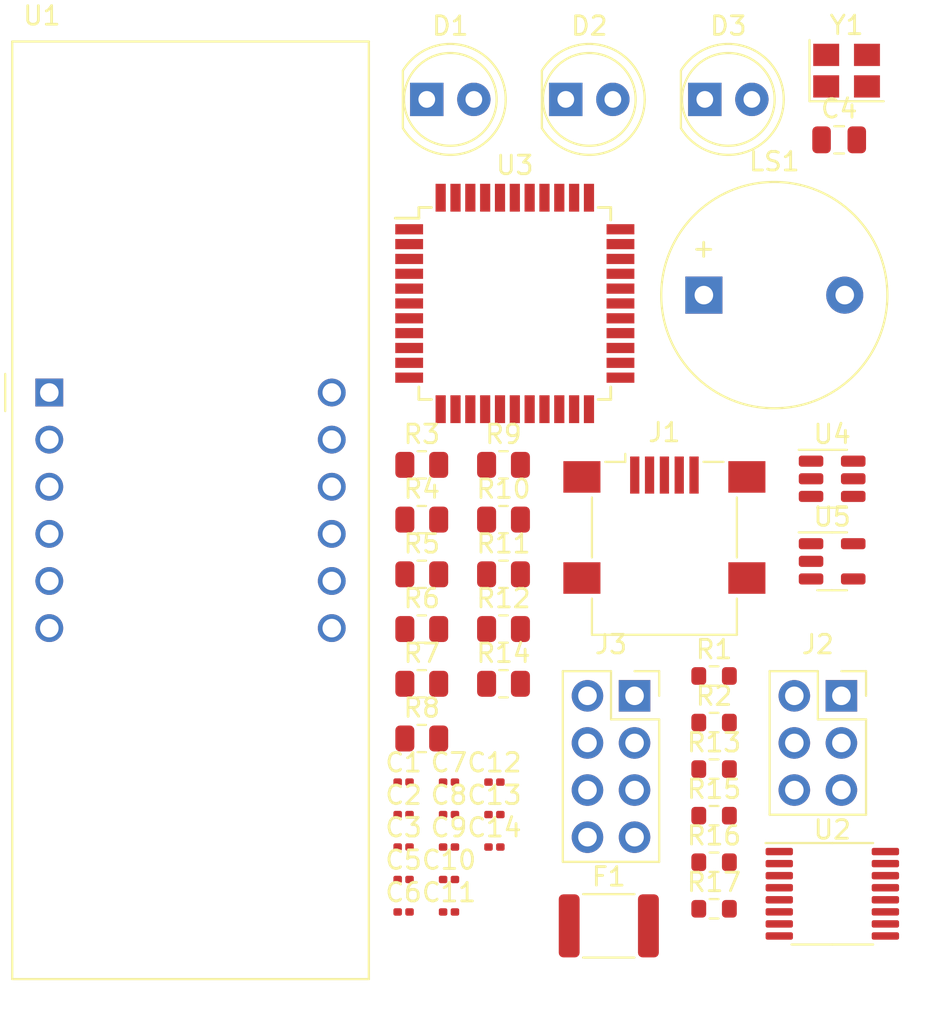
<source format=kicad_pcb>
(kicad_pcb (version 20221018) (generator pcbnew)
  (layers (0 "F.Cu" signal) (31 "B.Cu" signal) (34 "B.Paste" user) (35 "F.Paste" user) (36 "B.SilkS" user "B.Silkscreen") (37 "F.SilkS" user "F.Silkscreen") (38 "B.Mask" user) (39 "F.Mask" user) (44 "Edge.Cuts" user))
  (net 0 "")
  (net 1 "XTAL2")
  (net 2 "GND")
  (net 3 "XTAL1")
  (net 4 "+5V")
  (net 5 "/UCAP")
  (net 6 "/AREF")
  (net 7 "Net-(U5-BP)")
  (net 8 "+3.3V")
  (net 9 "Net-(D1-A)")
  (net 10 "Net-(D2-A)")
  (net 11 "Net-(D3-A)")
  (net 12 "Net-(J1-VBUS)")
  (net 13 "Net-(J1-D-)")
  (net 14 "Net-(J1-D+)")
  (net 17 "MISO")
  (net 18 "SCK")
  (net 19 "MOSI")
  (net 20 "RST")
  (net 21 "TX")
  (net 23 "Net-(J3-Pin_5)")
  (net 24 "RX")
  (net 25 "Buzzer")
  (net 26 "Button_1")
  (net 27 "Button_2")
  (net 28 "RED_LED")
  (net 29 "GREEN_LED")
  (net 30 "a")
  (net 31 "Net-(U1-a)")
  (net 32 "b")
  (net 33 "Net-(U1-b)")
  (net 34 "c")
  (net 35 "Net-(U1-c)")
  (net 36 "d")
  (net 37 "Net-(U1-d)")
  (net 38 "e")
  (net 39 "Net-(U1-e)")
  (net 40 "f")
  (net 41 "Net-(U1-f)")
  (net 42 "g")
  (net 43 "Net-(U1-g)")
  (net 44 "dp")
  (net 45 "Net-(U1-DPX)")
  (net 46 "USB_CONN_D+")
  (net 47 "USB_CONN_D-")
  (net 48 "Dig4")
  (net 49 "Dig3")
  (net 50 "Dig2")
  (net 51 "Dig1")
  (net 53 "SH_CP")
  (net 54 "ST_CP")
  (net 55 "DS")
  (net 56 "USB_D-")
  (net 57 "USB_D+")
  (footprint "Buzzer_Beeper:Buzzer_12x9.5RM7.6" (layer "F.Cu") (at 119.7475 56.895)
    (fp_text reference "LS1" (at 3.8 -7.2) (layer "F.SilkS"))
    (fp_text value "Speaker")
    (fp_text user "+" (at -0.01 -2.54) (layer "F.SilkS"))
    (fp_circle (center 3.8 0) (end 9.9 0) (stroke (width 0.12)) (fill none) (layer "F.SilkS"))
    (pad "1" thru_hole rect (at 0 0) (size 2 2) (drill 1) (layers "*.Cu" "*.Mask") (net 25 "Buzzer"))
    (pad "2" thru_hole circle (at 7.6 0) (size 2 2) (drill 1) (layers "*.Cu" "*.Mask") (net 2 "GND"))
  )
  (footprint "Capacitor_SMD:C_0201_0603Metric" (layer "F.Cu") (at 103.5475 83.145)
    (fp_text reference "C1" (at 0 -1.05) (layer "F.SilkS"))
    (fp_text value "22pF")
    (pad "1" smd roundrect (at -0.32 0) (size 0.46 0.4) (layers "F.Cu" "F.Mask") (net 1 "XTAL2"))
    (pad "2" smd roundrect (at 0.32 0) (size 0.46 0.4) (layers "F.Cu" "F.Mask") (net 2 "GND"))
  )
  (footprint "Resistor_SMD:R_0805_2012Metric" (layer "F.Cu") (at 104.5275 71.945)
    (fp_text reference "R5" (at 0 -1.65) (layer "F.SilkS"))
    (fp_text value "100")
    (fp_line (start -0.227064 -0.735) (end 0.227064 -0.735) (stroke (width 0.12)) (layer "F.SilkS"))
    (fp_line (start -0.227064 0.735) (end 0.227064 0.735) (stroke (width 0.12)) (layer "F.SilkS"))
    (pad "1" smd roundrect (at -0.9125 0) (size 1.025 1.4) (layers "F.Cu" "F.Paste" "F.Mask") (roundrect_rratio 0.243902) (net 30 "a"))
    (pad "2" smd roundrect (at 0.9125 0) (size 1.025 1.4) (layers "F.Cu" "F.Paste" "F.Mask") (roundrect_rratio 0.243902) (net 31 "Net-(U1-a)"))
  )
  (footprint "LED_THT:LED_D5.0mm" (layer "F.Cu") (at 119.7975 46.345)
    (fp_text reference "D3" (at 1.27 -3.96) (layer "F.SilkS"))
    (fp_text value "LED")
    (fp_line (start -1.29 -1.545) (end -1.29 1.545) (stroke (width 0.12)) (layer "F.SilkS"))
    (fp_arc (start -1.29 -1.54483) (mid 2.072002 -2.880433) (end 4.26 0.000462) (stroke (width 0.12)) (layer "F.SilkS"))
    (fp_arc (start 4.26 -0.000462) (mid 2.072002 2.880433) (end -1.29 1.54483) (stroke (width 0.12)) (layer "F.SilkS"))
    (fp_circle (center 1.27 0) (end 3.77 0) (stroke (width 0.12)) (fill none) (layer "F.SilkS"))
    (pad "1" thru_hole rect (at 0 0) (size 1.8 1.8) (drill 0.9) (layers "*.Cu" "*.Mask") (net 2 "GND"))
    (pad "2" thru_hole circle (at 2.54 0) (size 1.8 1.8) (drill 0.9) (layers "*.Cu" "*.Mask") (net 11 "Net-(D3-A)"))
  )
  (footprint "Resistor_SMD:R_0805_2012Metric" (layer "F.Cu") (at 108.9375 74.895)
    (fp_text reference "R12" (at 0 -1.65) (layer "F.SilkS"))
    (fp_text value "100")
    (fp_line (start -0.227064 -0.735) (end 0.227064 -0.735) (stroke (width 0.12)) (layer "F.SilkS"))
    (fp_line (start -0.227064 0.735) (end 0.227064 0.735) (stroke (width 0.12)) (layer "F.SilkS"))
    (pad "1" smd roundrect (at -0.9125 0) (size 1.025 1.4) (layers "F.Cu" "F.Paste" "F.Mask") (roundrect_rratio 0.243902) (net 44 "dp"))
    (pad "2" smd roundrect (at 0.9125 0) (size 1.025 1.4) (layers "F.Cu" "F.Paste" "F.Mask") (roundrect_rratio 0.243902) (net 45 "Net-(U1-DPX)"))
  )
  (footprint "Resistor_SMD:R_0603_1608Metric" (layer "F.Cu") (at 120.2975 87.465)
    (fp_text reference "R16" (at 0 -1.43) (layer "F.SilkS"))
    (fp_text value "22")
    (fp_line (start -0.237258 -0.5225) (end 0.237258 -0.5225) (stroke (width 0.12)) (layer "F.SilkS"))
    (fp_line (start -0.237258 0.5225) (end 0.237258 0.5225) (stroke (width 0.12)) (layer "F.SilkS"))
    (pad "1" smd roundrect (at -0.825 0) (size 0.8 0.95) (layers "F.Cu" "F.Paste" "F.Mask") (net 47 "USB_CONN_D-"))
    (pad "2" smd roundrect (at 0.825 0) (size 0.8 0.95) (layers "F.Cu" "F.Paste" "F.Mask") (net 13 "Net-(J1-D-)"))
  )
  (footprint "Resistor_SMD:R_0805_2012Metric" (layer "F.Cu") (at 104.5275 66.045)
    (fp_text reference "R3" (at 0 -1.65) (layer "F.SilkS"))
    (fp_text value "330")
    (fp_line (start -0.227064 -0.735) (end 0.227064 -0.735) (stroke (width 0.12)) (layer "F.SilkS"))
    (fp_line (start -0.227064 0.735) (end 0.227064 0.735) (stroke (width 0.12)) (layer "F.SilkS"))
    (pad "1" smd roundrect (at -0.9125 0) (size 1.025 1.4) (layers "F.Cu" "F.Paste" "F.Mask") (roundrect_rratio 0.243902) (net 28 "RED_LED"))
    (pad "2" smd roundrect (at 0.9125 0) (size 1.025 1.4) (layers "F.Cu" "F.Paste" "F.Mask") (roundrect_rratio 0.243902) (net 9 "Net-(D1-A)"))
  )
  (footprint "Package_TO_SOT_SMD:SOT-23-6" (layer "F.Cu") (at 126.6675 66.795)
    (fp_text reference "U4" (at 0 -2.4) (layer "F.SilkS"))
    (fp_text value "USBLC6-2SC6")
    (fp_line (start 0 -1.56) (end -1.8 -1.56) (stroke (width 0.12)) (layer "F.SilkS"))
    (fp_line (start 0 -1.56) (end 0.8 -1.56) (stroke (width 0.12)) (layer "F.SilkS"))
    (fp_line (start 0 1.56) (end -0.8 1.56) (stroke (width 0.12)) (layer "F.SilkS"))
    (fp_line (start 0 1.56) (end 0.8 1.56) (stroke (width 0.12)) (layer "F.SilkS"))
    (pad "1" smd roundrect (at -1.1375 -0.95) (size 1.325 0.6) (layers "F.Cu" "F.Paste" "F.Mask") (net 47 "USB_CONN_D-"))
    (pad "2" smd roundrect (at -1.1375 0) (size 1.325 0.6) (layers "F.Cu" "F.Paste" "F.Mask") (net 2 "GND"))
    (pad "3" smd roundrect (at -1.1375 0.95) (size 1.325 0.6) (layers "F.Cu" "F.Paste" "F.Mask") (net 46 "USB_CONN_D+"))
    (pad "4" smd roundrect (at 1.1375 0.95) (size 1.325 0.6) (layers "F.Cu" "F.Paste" "F.Mask") (net 57 "USB_D+"))
    (pad "5" smd roundrect (at 1.1375 0) (size 1.325 0.6) (layers "F.Cu" "F.Paste" "F.Mask") (net 4 "+5V"))
    (pad "6" smd roundrect (at 1.1375 -0.95) (size 1.325 0.6) (layers "F.Cu" "F.Paste" "F.Mask") (net 56 "USB_D-"))
  )
  (footprint "Package_TO_SOT_SMD:SOT-23-5" (layer "F.Cu") (at 126.6675 71.245)
    (fp_text reference "U5" (at 0 -2.4) (layer "F.SilkS"))
    (fp_text value "LP2985-3.3")
    (fp_line (start 0 -1.56) (end -1.8 -1.56) (stroke (width 0.12)) (layer "F.SilkS"))
    (fp_line (start 0 -1.56) (end 0.8 -1.56) (stroke (width 0.12)) (layer "F.SilkS"))
    (fp_line (start 0 1.56) (end -0.8 1.56) (stroke (width 0.12)) (layer "F.SilkS"))
    (fp_line (start 0 1.56) (end 0.8 1.56) (stroke (width 0.12)) (layer "F.SilkS"))
    (pad "1" smd roundrect (at -1.1375 -0.95) (size 1.325 0.6) (layers "F.Cu" "F.Paste" "F.Mask") (net 4 "+5V"))
    (pad "2" smd roundrect (at -1.1375 0) (size 1.325 0.6) (layers "F.Cu" "F.Paste" "F.Mask") (net 2 "GND"))
    (pad "3" smd roundrect (at -1.1375 0.95) (size 1.325 0.6) (layers "F.Cu" "F.Paste" "F.Mask") (net 4 "+5V"))
    (pad "4" smd roundrect (at 1.1375 0.95) (size 1.325 0.6) (layers "F.Cu" "F.Paste" "F.Mask") (net 7 "Net-(U5-BP)"))
    (pad "5" smd roundrect (at 1.1375 -0.95) (size 1.325 0.6) (layers "F.Cu" "F.Paste" "F.Mask") (net 8 "+3.3V"))
  )
  (footprint "Resistor_SMD:R_0805_2012Metric" (layer "F.Cu") (at 108.9375 68.995)
    (fp_text reference "R10" (at 0 -1.65) (layer "F.SilkS"))
    (fp_text value "100")
    (fp_line (start -0.227064 -0.735) (end 0.227064 -0.735) (stroke (width 0.12)) (layer "F.SilkS"))
    (fp_line (start -0.227064 0.735) (end 0.227064 0.735) (stroke (width 0.12)) (layer "F.SilkS"))
    (pad "1" smd roundrect (at -0.9125 0) (size 1.025 1.4) (layers "F.Cu" "F.Paste" "F.Mask") (roundrect_rratio 0.243902) (net 40 "f"))
    (pad "2" smd roundrect (at 0.9125 0) (size 1.025 1.4) (layers "F.Cu" "F.Paste" "F.Mask") (roundrect_rratio 0.243902) (net 41 "Net-(U1-f)"))
  )
  (footprint "Package_SO:TSSOP-16_4.4x5mm_P0.65mm" (layer "F.Cu") (at 126.6775 89.165)
    (fp_text reference "U2" (at 0 -3.45) (layer "F.SilkS"))
    (fp_text value "74HC595")
    (fp_line (start 0 -2.735) (end -3.6 -2.735) (stroke (width 0.12)) (layer "F.SilkS"))
    (fp_line (start 0 -2.735) (end 2.2 -2.735) (stroke (width 0.12)) (layer "F.SilkS"))
    (fp_line (start 0 2.735) (end -2.2 2.735) (stroke (width 0.12)) (layer "F.SilkS"))
    (fp_line (start 0 2.735) (end 2.2 2.735) (stroke (width 0.12)) (layer "F.SilkS"))
    (pad "1" smd roundrect (at -2.8625 -2.275) (size 1.475 0.4) (layers "F.Cu" "F.Paste" "F.Mask") (net 32 "b"))
    (pad "2" smd roundrect (at -2.8625 -1.625) (size 1.475 0.4) (layers "F.Cu" "F.Paste" "F.Mask") (net 34 "c"))
    (pad "3" smd roundrect (at -2.8625 -0.975) (size 1.475 0.4) (layers "F.Cu" "F.Paste" "F.Mask") (net 36 "d"))
    (pad "4" smd roundrect (at -2.8625 -0.325) (size 1.475 0.4) (layers "F.Cu" "F.Paste" "F.Mask") (net 38 "e"))
    (pad "5" smd roundrect (at -2.8625 0.325) (size 1.475 0.4) (layers "F.Cu" "F.Paste" "F.Mask") (net 40 "f"))
    (pad "6" smd roundrect (at -2.8625 0.975) (size 1.475 0.4) (layers "F.Cu" "F.Paste" "F.Mask") (net 42 "g"))
    (pad "7" smd roundrect (at -2.8625 1.625) (size 1.475 0.4) (layers "F.Cu" "F.Paste" "F.Mask") (net 44 "dp"))
    (pad "8" smd roundrect (at -2.8625 2.275) (size 1.475 0.4) (layers "F.Cu" "F.Paste" "F.Mask") (net 2 "GND"))
    (pad "9" smd roundrect (at 2.8625 2.275) (size 1.475 0.4) (layers "F.Cu" "F.Paste" "F.Mask"))
    (pad "10" smd roundrect (at 2.8625 1.625) (size 1.475 0.4) (layers "F.Cu" "F.Paste" "F.Mask") (net 4 "+5V"))
    (pad "11" smd roundrect (at 2.8625 0.975) (size 1.475 0.4) (layers "F.Cu" "F.Paste" "F.Mask") (net 53 "SH_CP"))
    (pad "12" smd roundrect (at 2.8625 0.325) (size 1.475 0.4) (layers "F.Cu" "F.Paste" "F.Mask") (net 54 "ST_CP"))
    (pad "13" smd roundrect (at 2.8625 -0.325) (size 1.475 0.4) (layers "F.Cu" "F.Paste" "F.Mask") (net 2 "GND"))
    (pad "14" smd roundrect (at 2.8625 -0.975) (size 1.475 0.4) (layers "F.Cu" "F.Paste" "F.Mask") (net 55 "DS"))
    (pad "15" smd roundrect (at 2.8625 -1.625) (size 1.475 0.4) (layers "F.Cu" "F.Paste" "F.Mask") (net 30 "a"))
    (pad "16" smd roundrect (at 2.8625 -2.275) (size 1.475 0.4) (layers "F.Cu" "F.Paste" "F.Mask") (net 4 "+5V"))
  )
  (footprint "Capacitor_SMD:C_0201_0603Metric" (layer "F.Cu") (at 103.5475 84.895)
    (fp_text reference "C2" (at 0 -1.05) (layer "F.SilkS"))
    (fp_text value "22pF")
    (pad "1" smd roundrect (at -0.32 0) (size 0.46 0.4) (layers "F.Cu" "F.Mask") (net 3 "XTAL1"))
    (pad "2" smd roundrect (at 0.32 0) (size 0.46 0.4) (layers "F.Cu" "F.Mask") (net 2 "GND"))
  )
  (footprint "Capacitor_SMD:C_0805_2012Metric" (layer "F.Cu") (at 127.0475 48.525)
    (fp_text reference "C4" (at 0 -1.68) (layer "F.SilkS"))
    (fp_text value "10uF")
    (fp_line (start -0.261252 -0.735) (end 0.261252 -0.735) (stroke (width 0.12)) (layer "F.SilkS"))
    (fp_line (start -0.261252 0.735) (end 0.261252 0.735) (stroke (width 0.12)) (layer "F.SilkS"))
    (pad "1" smd roundrect (at -0.95 0) (size 1 1.45) (layers "F.Cu" "F.Paste" "F.Mask") (net 4 "+5V"))
    (pad "2" smd roundrect (at 0.95 0) (size 1 1.45) (layers "F.Cu" "F.Paste" "F.Mask") (net 2 "GND"))
  )
  (footprint "Capacitor_SMD:C_0201_0603Metric" (layer "F.Cu") (at 103.5475 86.645)
    (fp_text reference "C3" (at 0 -1.05) (layer "F.SilkS"))
    (fp_text value "0.1uF")
    (pad "1" smd roundrect (at -0.32 0) (size 0.46 0.4) (layers "F.Cu" "F.Mask") (net 4 "+5V"))
    (pad "2" smd roundrect (at 0.32 0) (size 0.46 0.4) (layers "F.Cu" "F.Mask") (net 2 "GND"))
  )
  (footprint "Resistor_SMD:R_0805_2012Metric" (layer "F.Cu") (at 104.5275 74.895)
    (fp_text reference "R6" (at 0 -1.65) (layer "F.SilkS"))
    (fp_text value "100")
    (fp_line (start -0.227064 -0.735) (end 0.227064 -0.735) (stroke (width 0.12)) (layer "F.SilkS"))
    (fp_line (start -0.227064 0.735) (end 0.227064 0.735) (stroke (width 0.12)) (layer "F.SilkS"))
    (pad "1" smd roundrect (at -0.9125 0) (size 1.025 1.4) (layers "F.Cu" "F.Paste" "F.Mask") (roundrect_rratio 0.243902) (net 32 "b"))
    (pad "2" smd roundrect (at 0.9125 0) (size 1.025 1.4) (layers "F.Cu" "F.Paste" "F.Mask") (roundrect_rratio 0.243902) (net 33 "Net-(U1-b)"))
  )
  (footprint "Resistor_SMD:R_0603_1608Metric" (layer "F.Cu") (at 120.2975 82.445)
    (fp_text reference "R13" (at 0 -1.43) (layer "F.SilkS"))
    (fp_text value "10K")
    (fp_line (start -0.237258 -0.5225) (end 0.237258 -0.5225) (stroke (width 0.12)) (layer "F.SilkS"))
    (fp_line (start -0.237258 0.5225) (end 0.237258 0.5225) (stroke (width 0.12)) (layer "F.SilkS"))
    (pad "1" smd roundrect (at -0.825 0) (size 0.8 0.95) (layers "F.Cu" "F.Paste" "F.Mask") (net 20 "RST"))
    (pad "2" smd roundrect (at 0.825 0) (size 0.8 0.95) (layers "F.Cu" "F.Paste" "F.Mask") (net 4 "+5V"))
  )
  (footprint "Capacitor_SMD:C_0201_0603Metric" (layer "F.Cu") (at 105.9975 84.895)
    (fp_text reference "C8" (at 0 -1.05) (layer "F.SilkS"))
    (fp_text value "0.1uF")
    (pad "1" smd roundrect (at -0.32 0) (size 0.46 0.4) (layers "F.Cu" "F.Mask") (net 4 "+5V"))
    (pad "2" smd roundrect (at 0.32 0) (size 0.46 0.4) (layers "F.Cu" "F.Mask") (net 2 "GND"))
  )
  (footprint "Capacitor_SMD:C_0201_0603Metric" (layer "F.Cu") (at 105.9975 88.395)
    (fp_text reference "C10" (at 0 -1.05) (layer "F.SilkS"))
    (fp_text value "1uF")
    (pad "1" smd roundrect (at -0.32 0) (size 0.46 0.4) (layers "F.Cu" "F.Mask") (net 5 "/UCAP"))
    (pad "2" smd roundrect (at 0.32 0) (size 0.46 0.4) (layers "F.Cu" "F.Mask") (net 2 "GND"))
  )
  (footprint "LED_THT:LED_D5.0mm" (layer "F.Cu") (at 112.2975 46.345)
    (fp_text reference "D2" (at 1.27 -3.96) (layer "F.SilkS"))
    (fp_text value "LED")
    (fp_line (start -1.29 -1.545) (end -1.29 1.545) (stroke (width 0.12)) (layer "F.SilkS"))
    (fp_arc (start -1.29 -1.54483) (mid 2.072002 -2.880433) (end 4.26 0.000462) (stroke (width 0.12)) (layer "F.SilkS"))
    (fp_arc (start 4.26 -0.000462) (mid 2.072002 2.880433) (end -1.29 1.54483) (stroke (width 0.12)) (layer "F.SilkS"))
    (fp_circle (center 1.27 0) (end 3.77 0) (stroke (width 0.12)) (fill none) (layer "F.SilkS"))
    (pad "1" thru_hole rect (at 0 0) (size 1.8 1.8) (drill 0.9) (layers "*.Cu" "*.Mask") (net 2 "GND"))
    (pad "2" thru_hole circle (at 2.54 0) (size 1.8 1.8) (drill 0.9) (layers "*.Cu" "*.Mask") (net 10 "Net-(D2-A)"))
  )
  (footprint "Capacitor_SMD:C_0201_0603Metric" (layer "F.Cu") (at 105.9975 90.145)
    (fp_text reference "C11" (at 0 -1.05) (layer "F.SilkS"))
    (fp_text value "0.1uF")
    (pad "1" smd roundrect (at -0.32 0) (size 0.46 0.4) (layers "F.Cu" "F.Mask") (net 6 "/AREF"))
    (pad "2" smd roundrect (at 0.32 0) (size 0.46 0.4) (layers "F.Cu" "F.Mask") (net 2 "GND"))
  )
  (footprint "Capacitor_SMD:C_0201_0603Metric" (layer "F.Cu") (at 105.9975 83.145)
    (fp_text reference "C7" (at 0 -1.05) (layer "F.SilkS"))
    (fp_text value "0.1uF")
    (pad "1" smd roundrect (at -0.32 0) (size 0.46 0.4) (layers "F.Cu" "F.Mask") (net 4 "+5V"))
    (pad "2" smd roundrect (at 0.32 0) (size 0.46 0.4) (layers "F.Cu" "F.Mask") (net 2 "GND"))
  )
  (footprint "Package_QFP:TQFP-44_10x10mm_P0.8mm" (layer "F.Cu") (at 109.5475 57.345)
    (fp_text reference "U3" (at 0 -7.45) (layer "F.SilkS"))
    (fp_text value "ATmega32U4-A")
    (fp_line (start -5.175 -5.175) (end -5.175 -4.6) (stroke (width 0.15)) (layer "F.SilkS"))
    (fp_line (start -5.175 -5.175) (end -4.5 -5.175) (stroke (width 0.15)) (layer "F.SilkS"))
    (fp_line (start -5.175 -4.6) (end -6.45 -4.6) (stroke (width 0.15)) (layer "F.SilkS"))
    (fp_line (start -5.175 5.175) (end -5.175 4.5) (stroke (width 0.15)) (layer "F.SilkS"))
    (fp_line (start -5.175 5.175) (end -4.5 5.175) (stroke (width 0.15)) (layer "F.SilkS"))
    (fp_line (start 5.175 -5.175) (end 4.5 -5.175) (stroke (width 0.15)) (layer "F.SilkS"))
    (fp_line (start 5.175 -5.175) (end 5.175 -4.5) (stroke (width 0.15)) (layer "F.SilkS"))
    (fp_line (start 5.175 5.175) (end 4.5 5.175) (stroke (width 0.15)) (layer "F.SilkS"))
    (fp_line (start 5.175 5.175) (end 5.175 4.5) (stroke (width 0.15)) (layer "F.SilkS"))
    (pad "1" smd rect (at -5.7 -4) (size 1.5 0.55) (layers "F.Cu" "F.Paste" "F.Mask") (net 53 "SH_CP"))
    (pad "2" smd rect (at -5.7 -3.2) (size 1.5 0.55) (layers "F.Cu" "F.Paste" "F.Mask") (net 4 "+5V"))
    (pad "3" smd rect (at -5.7 -2.4) (size 1.5 0.55) (layers "F.Cu" "F.Paste" "F.Mask") (net 56 "USB_D-"))
    (pad "4" smd rect (at -5.7 -1.6) (size 1.5 0.55) (layers "F.Cu" "F.Paste" "F.Mask") (net 57 "USB_D+"))
    (pad "5" smd rect (at -5.7 -0.8) (size 1.5 0.55) (layers "F.Cu" "F.Paste" "F.Mask") (net 2 "GND"))
    (pad "6" smd rect (at -5.7 0) (size 1.5 0.55) (layers "F.Cu" "F.Paste" "F.Mask") (net 5 "/UCAP"))
    (pad "7" smd rect (at -5.7 0.8) (size 1.5 0.55) (layers "F.Cu" "F.Paste" "F.Mask") (net 4 "+5V"))
    (pad "8" smd rect (at -5.7 1.6) (size 1.5 0.55) (layers "F.Cu" "F.Paste" "F.Mask"))
    (pad "9" smd rect (at -5.7 2.4) (size 1.5 0.55) (layers "F.Cu" "F.Paste" "F.Mask") (net 18 "SCK"))
    (pad "10" smd rect (at -5.7 3.2) (size 1.5 0.55) (layers "F.Cu" "F.Paste" "F.Mask") (net 17 "MISO"))
    (pad "11" smd rect (at -5.7 4) (size 1.5 0.55) (layers "F.Cu" "F.Paste" "F.Mask") (net 19 "MOSI"))
    (pad "12" smd rect (at -4 5.7 90) (size 1.5 0.55) (layers "F.Cu" "F.Paste" "F.Mask") (net 49 "Dig3"))
    (pad "13" smd rect (at -3.2 5.7 90) (size 1.5 0.55) (layers "F.Cu" "F.Paste" "F.Mask") (net 20 "RST"))
    (pad "14" smd rect (at -2.4 5.7 90) (size 1.5 0.55) (layers "F.Cu" "F.Paste" "F.Mask") (net 4 "+5V"))
    (pad "15" smd rect (at -1.6 5.7 90) (size 1.5 0.55) (layers "F.Cu" "F.Paste" "F.Mask") (net 2 "GND"))
    (pad "16" smd rect (at -0.8 5.7 90) (size 1.5 0.55) (layers "F.Cu" "F.Paste" "F.Mask") (net 1 "XTAL2"))
    (pad "17" smd rect (at 0 5.7 90) (size 1.5 0.55) (layers "F.Cu" "F.Paste" "F.Mask") (net 3 "XTAL1"))
    (pad "18" smd rect (at 0.8 5.7 90) (size 1.5 0.55) (layers "F.Cu" "F.Paste" "F.Mask") (net 26 "Button_1"))
    (pad "19" smd rect (at 1.6 5.7 90) (size 1.5 0.55) (layers "F.Cu" "F.Paste" "F.Mask") (net 27 "Button_2"))
    (pad "20" smd rect (at 2.4 5.7 90) (size 1.5 0.55) (layers "F.Cu" "F.Paste" "F.Mask") (net 21 "TX"))
    (pad "21" smd rect (at 3.2 5.7 90) (size 1.5 0.55) (layers "F.Cu" "F.Paste" "F.Mask") (net 24 "RX"))
    (pad "22" smd rect (at 4 5.7 90) (size 1.5 0.55) (layers "F.Cu" "F.Paste" "F.Mask"))
    (pad "23" smd rect (at 5.7 4) (size 1.5 0.55) (layers "F.Cu" "F.Paste" "F.Mask") (net 2 "GND"))
    (pad "24" smd rect (at 5.7 3.2) (size 1.5 0.55) (layers "F.Cu" "F.Paste" "F.Mask") (net 4 "+5V"))
    (pad "25" smd rect (at 5.7 2.4) (size 1.5 0.55) (layers "F.Cu" "F.Paste" "F.Mask") (net 29 "GREEN_LED"))
    (pad "26" smd rect (at 5.7 1.6) (size 1.5 0.55) (layers "F.Cu" "F.Paste" "F.Mask") (net 50 "Dig2"))
    (pad "27" smd rect (at 5.7 0.8) (size 1.5 0.55) (layers "F.Cu" "F.Paste" "F.Mask") (net 25 "Buzzer"))
    (pad "28" smd rect (at 5.7 0) (size 1.5 0.55) (layers "F.Cu" "F.Paste" "F.Mask") (net 54 "ST_CP"))
    (pad "29" smd rect (at 5.7 -0.8) (size 1.5 0.55) (layers "F.Cu" "F.Paste" "F.Mask") (net 55 "DS"))
    (pad "30" smd rect (at 5.7 -1.6) (size 1.5 0.55) (layers "F.Cu" "F.Paste" "F.Mask") (net 48 "Dig4"))
    (pad "31" smd rect (at 5.7 -2.4) (size 1.5 0.55) (layers "F.Cu" "F.Paste" "F.Mask") (net 28 "RED_LED"))
    (pad "32" smd rect (at 5.7 -3.2) (size 1.5 0.55) (layers "F.Cu" "F.Paste" "F.Mask") (net 51 "Dig1"))
    (pad "33" smd rect (at 5.7 -4) (size 1.5 0.55) (layers "F.Cu" "F.Paste" "F.Mask") (net 2 "GND"))
    (pad "34" smd rect (at 4 -5.7 90) (size 1.5 0.55) (layers "F.Cu" "F.Paste" "F.Mask") (net 4 "+5V"))
    (pad "35" smd rect (at 3.2 -5.7 90) (size 1.5 0.55) (layers "F.Cu" "F.Paste" "F.Mask") (net 2 "GND"))
    (pad "36" smd rect (at 2.4 -5.7 90) (size 1.5 0.55) (layers "F.Cu" "F.Paste" "F.Mask"))
    (pad "37" smd rect (at 1.6 -5.7 90) (size 1.5 0.55) (layers "F.Cu" "F.Paste" "F.Mask"))
    (pad "38" smd rect (at 0.8 -5.7 90) (size 1.5 0.55) (layers "F.Cu" "F.Paste" "F.Mask"))
    (pad "39" smd rect (at 0 -5.7 90) (size 1.5 0.55) (layers "F.Cu" "F.Paste" "F.Mask"))
    (pad "40" smd rect (at -0.8 -5.7 90) (size 1.5 0.55) (layers "F.Cu" "F.Paste" "F.Mask"))
    (pad "41" smd rect (at -1.6 -5.7 90) (size 1.5 0.55) (layers "F.Cu" "F.Paste" "F.Mask"))
    (pad "42" smd rect (at -2.4 -5.7 90) (size 1.5 0.55) (layers "F.Cu" "F.Paste" "F.Mask") (net 6 "/AREF"))
    (pad "43" smd rect (at -3.2 -5.7 90) (size 1.5 0.55) (layers "F.Cu" "F.Paste" "F.Mask") (net 2 "GND"))
    (pad "44" smd rect (at -4 -5.7 90) (size 1.5 0.55) (layers "F.Cu" "F.Paste" "F.Mask") (net 4 "+5V"))
  )
  (footprint "Resistor_SMD:R_0603_1608Metric" (layer "F.Cu") (at 120.2975 77.425)
    (fp_text reference "R1" (at 0 -1.43) (layer "F.SilkS"))
    (fp_text value "10K")
    (fp_line (start -0.237258 -0.5225) (end 0.237258 -0.5225) (stroke (width 0.12)) (layer "F.SilkS"))
    (fp_line (start -0.237258 0.5225) (end 0.237258 0.5225) (stroke (width 0.12)) (layer "F.SilkS"))
    (pad "1" smd roundrect (at -0.825 0) (size 0.8 0.95) (layers "F.Cu" "F.Paste" "F.Mask") (net 26 "Button_1"))
    (pad "2" smd roundrect (at 0.825 0) (size 0.8 0.95) (layers "F.Cu" "F.Paste" "F.Mask") (net 2 "GND"))
  )
  (footprint "LED_THT:LED_D5.0mm" (layer "F.Cu") (at 104.7975 46.345)
    (fp_text reference "D1" (at 1.27 -3.96) (layer "F.SilkS"))
    (fp_text value "LED")
    (fp_line (start -1.29 -1.545) (end -1.29 1.545) (stroke (width 0.12)) (layer "F.SilkS"))
    (fp_arc (start -1.29 -1.54483) (mid 2.072002 -2.880433) (end 4.26 0.000462) (stroke (width 0.12)) (layer "F.SilkS"))
    (fp_arc (start 4.26 -0.000462) (mid 2.072002 2.880433) (end -1.29 1.54483) (stroke (width 0.12)) (layer "F.SilkS"))
    (fp_circle (center 1.27 0) (end 3.77 0) (stroke (width 0.12)) (fill none) (layer "F.SilkS"))
    (pad "1" thru_hole rect (at 0 0) (size 1.8 1.8) (drill 0.9) (layers "*.Cu" "*.Mask") (net 2 "GND"))
    (pad "2" thru_hole circle (at 2.54 0) (size 1.8 1.8) (drill 0.9) (layers "*.Cu" "*.Mask") (net 9 "Net-(D1-A)"))
  )
  (footprint "Capacitor_SMD:C_0201_0603Metric" (layer "F.Cu") (at 108.4475 83.145)
    (fp_text reference "C12" (at 0 -1.05) (layer "F.SilkS"))
    (fp_text value "10nF")
    (pad "1" smd roundrect (at -0.32 0) (size 0.46 0.4) (layers "F.Cu" "F.Mask") (net 7 "Net-(U5-BP)"))
    (pad "2" smd roundrect (at 0.32 0) (size 0.46 0.4) (layers "F.Cu" "F.Mask") (net 2 "GND"))
  )
  (footprint "Resistor_SMD:R_0805_2012Metric" (layer "F.Cu") (at 108.9375 66.045)
    (fp_text reference "R9" (at 0 -1.65) (layer "F.SilkS"))
    (fp_text value "100")
    (fp_line (start -0.227064 -0.735) (end 0.227064 -0.735) (stroke (width 0.12)) (layer "F.SilkS"))
    (fp_line (start -0.227064 0.735) (end 0.227064 0.735) (stroke (width 0.12)) (layer "F.SilkS"))
    (pad "1" smd roundrect (at -0.9125 0) (size 1.025 1.4) (layers "F.Cu" "F.Paste" "F.Mask") (roundrect_rratio 0.243902) (net 38 "e"))
    (pad "2" smd roundrect (at 0.9125 0) (size 1.025 1.4) (layers "F.Cu" "F.Paste" "F.Mask") (roundrect_rratio 0.243902) (net 39 "Net-(U1-e)"))
  )
  (footprint "Display_7Segment:CA56-12EWA" (layer "F.Cu") (at 84.4325 62.145)
    (fp_text reference "U1" (at -0.4 -20.31) (layer "F.SilkS"))
    (fp_text value "CA56-12EWA")
    (fp_line (start -2.38 -1) (end -2.38 1) (stroke (width 0.12)) (layer "F.SilkS"))
    (fp_line (start -2 -18.92) (end -2 31.62) (stroke (width 0.12)) (layer "F.SilkS"))
    (fp_line (start -2 -18.92) (end 17.24 -18.92) (stroke (width 0.12)) (layer "F.SilkS"))
    (fp_line (start -2 31.62) (end 17.24 31.62) (stroke (width 0.12)) (layer "F.SilkS"))
    (fp_line (start 17.24 31.62) (end 17.24 -18.92) (stroke (width 0.12)) (layer "F.SilkS"))
    (pad "1" thru_hole rect (at 0 0) (size 1.5 1.5) (drill 1) (layers "*.Cu" "*.Mask") (net 39 "Net-(U1-e)"))
    (pad "2" thru_hole circle (at 0 2.54) (size 1.5 1.5) (drill 1) (layers "*.Cu" "*.Mask") (net 37 "Net-(U1-d)"))
    (pad "3" thru_hole circle (at 0 5.08) (size 1.5 1.5) (drill 1) (layers "*.Cu" "*.Mask") (net 45 "Net-(U1-DPX)"))
    (pad "4" thru_hole circle (at 0 7.62) (size 1.5 1.5) (drill 1) (layers "*.Cu" "*.Mask") (net 35 "Net-(U1-c)"))
    (pad "5" thru_hole circle (at 0 10.16) (size 1.5 1.5) (drill 1) (layers "*.Cu" "*.Mask") (net 43 "Net-(U1-g)"))
    (pad "6" thru_hole circle (at 0 12.7) (size 1.5 1.5) (drill 1) (layers "*.Cu" "*.Mask") (net 48 "Dig4"))
    (pad "7" thru_hole circle (at 15.24 12.7) (size 1.5 1.5) (drill 1) (layers "*.Cu" "*.Mask") (net 33 "Net-(U1-b)"))
    (pad "8" thru_hole circle (at 15.24 10.16) (size 1.5 1.5) (drill 1) (layers "*.Cu" "*.Mask") (net 49 "Dig3"))
    (pad "9" thru_hole circle (at 15.24 7.62) (size 1.5 1.5) (drill 1) (layers "*.Cu" "*.Mask") (net 50 "Dig2"))
    (pad "10" thru_hole circle (at 15.24 5.08) (size 1.5 1.5) (drill 1) (layers "*.Cu" "*.Mask") (net 41 "Net-(U1-f)"))
    (pad "11" thru_hole circle (at 15.24 2.54) (size 1.5 1.5) (drill 1) (layers "*.Cu" "*.Mask") (net 31 "Net-(U1-a)"))
    (pad "12" thru_hole circle (at 15.24 0) (size 1.5 1.5) (drill 1) (layers "*.Cu" "*.Mask") (net 51 "Dig1"))
  )
  (footprint "Crystal:Crystal_SMD_Abracon_ABM8G-4Pin_3.2x2.5mm" (layer "F.Cu") (at 127.4475 44.795)
    (fp_text reference "Y1" (at 0 -2.45) (layer "F.SilkS"))
    (fp_text value "16MHz")
    (fp_line (start -2 -1.65) (end -2 1.65) (stroke (width 0.12)) (layer "F.SilkS"))
    (fp_line (start -2 1.65) (end 2 1.65) (stroke (width 0.12)) (layer "F.SilkS"))
    (pad "1" smd rect (at -1.1 0.85) (size 1.4 1.2) (layers "F.Cu" "F.Paste" "F.Mask") (net 3 "XTAL1"))
    (pad "2" smd rect (at 1.1 0.85) (size 1.4 1.2) (layers "F.Cu" "F.Paste" "F.Mask") (net 2 "GND"))
    (pad "3" smd rect (at 1.1 -0.85) (size 1.4 1.2) (layers "F.Cu" "F.Paste" "F.Mask") (net 1 "XTAL2"))
    (pad "4" smd rect (at -1.1 -0.85) (size 1.4 1.2) (layers "F.Cu" "F.Paste" "F.Mask") (net 2 "GND"))
  )
  (footprint "Capacitor_SMD:C_0201_0603Metric" (layer "F.Cu") (at 108.4475 86.645)
    (fp_text reference "C14" (at 0 -1.05) (layer "F.SilkS"))
    (fp_text value "2.2uF")
    (pad "1" smd roundrect (at -0.32 0) (size 0.46 0.4) (layers "F.Cu" "F.Mask") (net 8 "+3.3V"))
    (pad "2" smd roundrect (at 0.32 0) (size 0.46 0.4) (layers "F.Cu" "F.Mask") (net 2 "GND"))
  )
  (footprint "Connector_PinSocket_2.54mm:PinSocket_2x04_P2.54mm_Vertical" (layer "F.Cu") (at 116.0075 78.495)
    (fp_text reference "J3" (at -1.27 -2.77) (layer "F.SilkS"))
    (fp_text value "Esp_Conn")
    (fp_line (start -3.87 -1.33) (end -3.87 8.95) (stroke (width 0.12)) (layer "F.SilkS"))
    (fp_line (start -3.87 -1.33) (end -1.27 -1.33) (stroke (width 0.12)) (layer "F.SilkS"))
    (fp_line (start -3.87 8.95) (end 1.33 8.95) (stroke (width 0.12)) (layer "F.SilkS"))
    (fp_line (start -1.27 -1.33) (end -1.27 1.27) (stroke (width 0.12)) (layer "F.SilkS"))
    (fp_line (start -1.27 1.27) (end 1.33 1.27) (stroke (width 0.12)) (layer "F.SilkS"))
    (fp_line (start 0 -1.33) (end 1.33 -1.33) (stroke (width 0.12)) (layer "F.SilkS"))
    (fp_line (start 1.33 -1.33) (end 1.33 0) (stroke (width 0.12)) (layer "F.SilkS"))
    (fp_line (start 1.33 1.27) (end 1.33 8.95) (stroke (width 0.12)) (layer "F.SilkS"))
    (pad "1" thru_hole rect (at 0 0) (size 1.7 1.7) (drill 1) (layers "*.Cu" "*.Mask") (net 2 "GND"))
    (pad "2" thru_hole oval (at -2.54 0) (size 1.7 1.7) (drill 1) (layers "*.Cu" "*.Mask") (net 21 "TX"))
    (pad "3" thru_hole oval (at 0 2.54) (size 1.7 1.7) (drill 1) (layers "*.Cu" "*.Mask"))
    (pad "4" thru_hole oval (at -2.54 2.54) (size 1.7 1.7) (drill 1) (layers "*.Cu" "*.Mask") (net 8 "+3.3V"))
    (pad "5" thru_hole oval (at 0 5.08) (size 1.7 1.7) (drill 1) (layers "*.Cu" "*.Mask") (net 23 "Net-(J3-Pin_5)"))
    (pad "6" thru_hole oval (at -2.54 5.08) (size 1.7 1.7) (drill 1) (layers "*.Cu" "*.Mask") (net 8 "+3.3V"))
    (pad "7" thru_hole oval (at 0 7.62) (size 1.7 1.7) (drill 1) (layers "*.Cu" "*.Mask") (net 24 "RX"))
    (pad "8" thru_hole oval (at -2.54 7.62) (size 1.7 1.7) (drill 1) (layers "*.Cu" "*.Mask") (net 8 "+3.3V"))
  )
  (footprint "Capacitor_SMD:C_0201_0603Metric" (layer "F.Cu") (at 108.4475 84.895)
    (fp_text reference "C13" (at 0 -1.05) (layer "F.SilkS"))
    (fp_text value "1uF")
    (pad "1" smd roundrect (at -0.32 0) (size 0.46 0.4) (layers "F.Cu" "F.Mask") (net 4 "+5V"))
    (pad "2" smd roundrect (at 0.32 0) (size 0.46 0.4) (layers "F.Cu" "F.Mask") (net 2 "GND"))
  )
  (footprint "Resistor_SMD:R_0805_2012Metric" (layer "F.Cu") (at 104.5275 68.995)
    (fp_text reference "R4" (at 0 -1.65) (layer "F.SilkS"))
    (fp_text value "330")
    (fp_line (start -0.227064 -0.735) (end 0.227064 -0.735) (stroke (width 0.12)) (layer "F.SilkS"))
    (fp_line (start -0.227064 0.735) (end 0.227064 0.735) (stroke (width 0.12)) (layer "F.SilkS"))
    (pad "1" smd roundrect (at -0.9125 0) (size 1.025 1.4) (layers "F.Cu" "F.Paste" "F.Mask") (roundrect_rratio 0.243902) (net 29 "GREEN_LED"))
    (pad "2" smd roundrect (at 0.9125 0) (size 1.025 1.4) (layers "F.Cu" "F.Paste" "F.Mask") (roundrect_rratio 0.243902) (net 10 "Net-(D2-A)"))
  )
  (footprint "Resistor_SMD:R_0603_1608Metric" (layer "F.Cu") (at 120.2975 79.935)
    (fp_text reference "R2" (at 0 -1.43) (layer "F.SilkS"))
    (fp_text value "10K")
    (fp_line (start -0.237258 -0.5225) (end 0.237258 -0.5225) (stroke (width 0.12)) (layer "F.SilkS"))
    (fp_line (start -0.237258 0.5225) (end 0.237258 0.5225) (stroke (width 0.12)) (layer "F.SilkS"))
    (pad "1" smd roundrect (at -0.825 0) (size 0.8 0.95) (layers "F.Cu" "F.Paste" "F.Mask") (net 27 "Button_2"))
    (pad "2" smd roundrect (at 0.825 0) (size 0.8 0.95) (layers "F.Cu" "F.Paste" "F.Mask") (net 2 "GND"))
  )
  (footprint "Resistor_SMD:R_0603_1608Metric" (layer "F.Cu") (at 120.2975 89.975)
    (fp_text reference "R17" (at 0 -1.43) (layer "F.SilkS"))
    (fp_text value "22")
    (fp_line (start -0.237258 -0.5225) (end 0.237258 -0.5225) (stroke (width 0.12)) (layer "F.SilkS"))
    (fp_line (start -0.237258 0.5225) (end 0.237258 0.5225) (stroke (width 0.12)) (layer "F.SilkS"))
    (pad "1" smd roundrect (at -0.825 0) (size 0.8 0.95) (layers "F.Cu" "F.Paste" "F.Mask") (net 23 "Net-(J3-Pin_5)"))
    (pad "2" smd roundrect (at 0.825 0) (size 0.8 0.95) (layers "F.Cu" "F.Paste" "F.Mask") (net 8 "+3.3V"))
  )
  (footprint "Capacitor_SMD:C_0201_0603Metric" (layer "F.Cu") (at 105.9975 86.645)
    (fp_text reference "C9" (at 0 -1.05) (layer "F.SilkS"))
    (fp_text value "0.1uF")
    (pad "1" smd roundrect (at -0.32 0) (size 0.46 0.4) (layers "F.Cu" "F.Mask") (net 4 "+5V"))
    (pad "2" smd roundrect (at 0.32 0) (size 0.46 0.4) (layers "F.Cu" "F.Mask") (net 2 "GND"))
  )
  (footprint "Fuse:Fuse_1812_4532Metric" (layer "F.Cu") (at 114.6175 90.895)
    (fp_text reference "F1" (at 0 -2.65) (layer "F.SilkS"))
    (fp_text value "PTCSMD")
    (fp_line (start -1.386252 -1.71) (end 1.386252 -1.71) (stroke (width 0.12)) (layer "F.SilkS"))
    (fp_line (start -1.386252 1.71) (end 1.386252 1.71) (stroke (width 0.12)) (layer "F.SilkS"))
    (pad "1" smd roundrect (at -2.1375 0) (size 1.125 3.4) (layers "F.Cu" "F.Paste" "F.Mask") (roundrect_rratio 0.222222) (net 12 "Net-(J1-VBUS)"))
    (pad "2" smd roundrect (at 2.1375 0) (size 1.125 3.4) (layers "F.Cu" "F.Paste" "F.Mask") (roundrect_rratio 0.222222) (net 4 "+5V"))
  )
  (footprint "Capacitor_SMD:C_0201_0603Metric" (layer "F.Cu") (at 103.5475 90.145)
    (fp_text reference "C6" (at 0 -1.05) (layer "F.SilkS"))
    (fp_text value "0.1uF")
    (pad "1" smd roundrect (at -0.32 0) (size 0.46 0.4) (layers "F.Cu" "F.Mask") (net 4 "+5V"))
    (pad "2" smd roundrect (at 0.32 0) (size 0.46 0.4) (layers "F.Cu" "F.Mask") (net 2 "GND"))
  )
  (footprint "Resistor_SMD:R_0805_2012Metric" (layer "F.Cu") (at 108.9375 71.945)
    (fp_text reference "R11" (at 0 -1.65) (layer "F.SilkS"))
    (fp_text value "100")
    (fp_line (start -0.227064 -0.735) (end 0.227064 -0.735) (stroke (width 0.12)) (layer "F.SilkS"))
    (fp_line (start -0.227064 0.735) (end 0.227064 0.735) (stroke (width 0.12)) (layer "F.SilkS"))
    (pad "1" smd roundrect (at -0.9125 0) (size 1.025 1.4) (layers "F.Cu" "F.Paste" "F.Mask") (roundrect_rratio 0.243902) (net 42 "g"))
    (pad "2" smd roundrect (at 0.9125 0) (size 1.025 1.4) (layers "F.Cu" "F.Paste" "F.Mask") (roundrect_rratio 0.243902) (net 43 "Net-(U1-g)"))
  )
  (footprint "Connector_USB:USB_Mini-B_Lumberg_2486_01_Horizontal" (layer "F.Cu") (at 117.6175 69.295)
    (fp_text reference "J1" (at 0 -5) (layer "F.SilkS"))
    (fp_text value "USB_B_Mini")
    (fp_line (start -3.91 1.74) (end -3.91 -1.49) (stroke (width 0.12)) (layer "F.SilkS"))
    (fp_line (start -3.91 5.91) (end -3.91 3.96) (stroke (width 0.12)) (layer "F.SilkS"))
    (fp_line (start -3.19 -3.41) (end -2.11 -3.41) (stroke (width 0.12)) (layer "F.SilkS"))
    (fp_line (start -2.11 -3.41) (end -2.11 -3.84) (stroke (width 0.12)) (layer "F.SilkS"))
    (fp_line (start 2.11 -3.41) (end 3.19 -3.41) (stroke (width 0.12)) (layer "F.SilkS"))
    (fp_line (start 3.91 1.74) (end 3.91 -1.49) (stroke (width 0.12)) (layer "F.SilkS"))
    (fp_line (start 3.91 5.91) (end -3.91 5.91) (stroke (width 0.12)) (layer "F.SilkS"))
    (fp_line (start 3.91 5.91) (end 3.91 3.96) (stroke (width 0.12)) (layer "F.SilkS"))
    (pad "" np_thru_hole circle (at -2.2 0) (size 1 1) (drill 1) (layers "*.Cu" "*.Mask"))
    (pad "" np_thru_hole circle (at 2.2 0) (size 1 1) (drill 1) (layers "*.Cu" "*.Mask"))
    (pad "1" smd rect (at -1.6 -2.7) (size 0.5 2) (layers "F.Cu" "F.Paste" "F.Mask") (net 12 "Net-(J1-VBUS)"))
    (pad "2" smd rect (at -0.8 -2.7) (size 0.5 2) (layers "F.Cu" "F.Paste" "F.Mask") (net 13 "Net-(J1-D-)"))
    (pad "3" smd rect (at 0 -2.7) (size 0.5 2) (layers "F.Cu" "F.Paste" "F.Mask") (net 14 "Net-(J1-D+)"))
    (pad "4" smd rect (at 0.8 -2.7) (size 0.5 2) (layers "F.Cu" "F.Paste" "F.Mask"))
    (pad "5" smd rect (at 1.6 -2.7) (size 0.5 2) (layers "F.Cu" "F.Paste" "F.Mask") (net 2 "GND"))
    (pad "6" smd rect (at -4.45 -2.6) (size 2 1.7) (layers "F.Cu" "F.Paste" "F.Mask"))
    (pad "6" smd rect (at -4.45 2.85) (size 2 1.7) (layers "F.Cu" "F.Paste" "F.Mask"))
    (pad "6" smd rect (at 4.45 -2.6) (size 2 1.7) (layers "F.Cu" "F.Paste" "F.Mask"))
    (pad "6" smd rect (at 4.45 2.85) (size 2 1.7) (layers "F.Cu" "F.Paste" "F.Mask"))
  )
  (footprint "Connector_PinSocket_2.54mm:PinSocket_2x03_P2.54mm_Vertical" (layer "F.Cu") (at 127.1675 78.495)
    (fp_text reference "J2" (at -1.27 -2.77) (layer "F.SilkS"))
    (fp_text value "AVR-ISP-6")
    (fp_line (start -3.87 -1.33) (end -3.87 6.41) (stroke (width 0.12)) (layer "F.SilkS"))
    (fp_line (start -3.87 -1.33) (end -1.27 -1.33) (stroke (width 0.12)) (layer "F.SilkS"))
    (fp_line (start -3.87 6.41) (end 1.33 6.41) (stroke (width 0.12)) (layer "F.SilkS"))
    (fp_line (start -1.27 -1.33) (end -1.27 1.27) (stroke (width 0.12)) (layer "F.SilkS"))
    (fp_line (start -1.27 1.27) (end 1.33 1.27) (stroke (width 0.12)) (layer "F.SilkS"))
    (fp_line (start 0 -1.33) (end 1.33 -1.33) (stroke (width 0.12)) (layer "F.SilkS"))
    (fp_line (start 1.33 -1.33) (end 1.33 0) (stroke (width 0.12)) (layer "F.SilkS"))
    (fp_line (start 1.33 1.27) (end 1.33 6.41) (stroke (width 0.12)) (layer "F.SilkS"))
    (pad "1" thru_hole rect (at 0 0) (size 1.7 1.7) (drill 1) (layers "*.Cu" "*.Mask") (net 17 "MISO"))
    (pad "2" thru_hole oval (at -2.54 0) (size 1.7 1.7) (drill 1) (layers "*.Cu" "*.Mask") (net 4 "+5V"))
    (pad "3" thru_hole oval (at 0 2.54) (size 1.7 1.7) (drill 1) (layers "*.Cu" "*.Mask") (net 18 "SCK"))
    (pad "4" thru_hole oval (at -2.54 2.54) (size 1.7 1.7) (drill 1) (layers "*.Cu" "*.Mask") (net 19 "MOSI"))
    (pad "5" thru_hole oval (at 0 5.08) (size 1.7 1.7) (drill 1) (layers "*.Cu" "*.Mask") (net 20 "RST"))
    (pad "6" thru_hole oval (at -2.54 5.08) (size 1.7 1.7) (drill 1) (layers "*.Cu" "*.Mask") (net 2 "GND"))
  )
  (footprint "Resistor_SMD:R_0603_1608Metric" (layer "F.Cu") (at 120.2975 84.955)
    (fp_text reference "R15" (at 0 -1.43) (layer "F.SilkS"))
    (fp_text value "22")
    (fp_line (start -0.237258 -0.5225) (end 0.237258 -0.5225) (stroke (width 0.12)) (layer "F.SilkS"))
    (fp_line (start -0.237258 0.5225) (end 0.237258 0.5225) (stroke (width 0.12)) (layer "F.SilkS"))
    (pad "1" smd roundrect (at -0.825 0) (size 0.8 0.95) (layers "F.Cu" "F.Paste" "F.Mask") (net 46 "USB_CONN_D+"))
    (pad "2" smd roundrect (at 0.825 0) (size 0.8 0.95) (layers "F.Cu" "F.Paste" "F.Mask") (net 14 "Net-(J1-D+)"))
  )
  (footprint "Capacitor_SMD:C_0201_0603Metric" (layer "F.Cu") (at 103.5475 88.395)
    (fp_text reference "C5" (at 0 -1.05) (layer "F.SilkS"))
    (fp_text value "0.1uF")
    (pad "1" smd roundrect (at -0.32 0) (size 0.46 0.4) (layers "F.Cu" "F.Mask") (net 4 "+5V"))
    (pad "2" smd roundrect (at 0.32 0) (size 0.46 0.4) (layers "F.Cu" "F.Mask") (net 2 "GND"))
  )
  (footprint "Resistor_SMD:R_0805_2012Metric" (layer "F.Cu") (at 104.5275 77.845)
    (fp_text reference "R7" (at 0 -1.65) (layer "F.SilkS"))
    (fp_text value "100")
    (fp_line (start -0.227064 -0.735) (end 0.227064 -0.735) (stroke (width 0.12)) (layer "F.SilkS"))
    (fp_line (start -0.227064 0.735) (end 0.227064 0.735) (stroke (width 0.12)) (layer "F.SilkS"))
    (pad "1" smd roundrect (at -0.9125 0) (size 1.025 1.4) (layers "F.Cu" "F.Paste" "F.Mask") (roundrect_rratio 0.243902) (net 34 "c"))
    (pad "2" smd roundrect (at 0.9125 0) (size 1.025 1.4) (layers "F.Cu" "F.Paste" "F.Mask") (roundrect_rratio 0.243902) (net 35 "Net-(U1-c)"))
  )
  (footprint "Resistor_SMD:R_0805_2012Metric" (layer "F.Cu") (at 108.9375 77.845)
    (fp_text reference "R14" (at 0 -1.65) (layer "F.SilkS"))
    (fp_text value "1k")
    (fp_line (start -0.227064 -0.735) (end 0.227064 -0.735) (stroke (width 0.12)) (layer "F.SilkS"))
    (fp_line (start -0.227064 0.735) (end 0.227064 0.735) (stroke (width 0.12)) (layer "F.SilkS"))
    (pad "1" smd roundrect (at -0.9125 0) (size 1.025 1.4) (layers "F.Cu" "F.Paste" "F.Mask") (roundrect_rratio 0.243902) (net 4 "+5V"))
    (pad "2" smd roundrect (at 0.9125 0) (size 1.025 1.4) (layers "F.Cu" "F.Paste" "F.Mask") (roundrect_rratio 0.243902) (net 11 "Net-(D3-A)"))
  )
  (footprint "Resistor_SMD:R_0805_2012Metric" (layer "F.Cu") (at 104.5275 80.795)
    (fp_text reference "R8" (at 0 -1.65) (layer "F.SilkS"))
    (fp_text value "100")
    (fp_line (start -0.227064 -0.735) (end 0.227064 -0.735) (stroke (width 0.12)) (layer "F.SilkS"))
    (fp_line (start -0.227064 0.735) (end 0.227064 0.735) (stroke (width 0.12)) (layer "F.SilkS"))
    (pad "1" smd roundrect (at -0.9125 0) (size 1.025 1.4) (layers "F.Cu" "F.Paste" "F.Mask") (roundrect_rratio 0.243902) (net 36 "d"))
    (pad "2" smd roundrect (at 0.9125 0) (size 1.025 1.4) (layers "F.Cu" "F.Paste" "F.Mask") (roundrect_rratio 0.243902) (net 37 "Net-(U1-d)"))
  )
)
</source>
